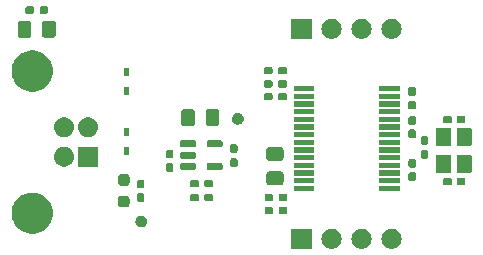
<source format=gts>
%TF.GenerationSoftware,KiCad,Pcbnew,8.0.5*%
%TF.CreationDate,2024-10-10T11:51:51-04:00*%
%TF.ProjectId,dac,6461632e-6b69-4636-9164-5f7063625858,rev?*%
%TF.SameCoordinates,Original*%
%TF.FileFunction,Soldermask,Top*%
%TF.FilePolarity,Negative*%
%FSLAX46Y46*%
G04 Gerber Fmt 4.6, Leading zero omitted, Abs format (unit mm)*
G04 Created by KiCad (PCBNEW 8.0.5) date 2024-10-10 11:51:51*
%MOMM*%
%LPD*%
G01*
G04 APERTURE LIST*
G04 APERTURE END LIST*
G36*
X100195000Y-96595000D02*
G01*
X98495000Y-96595000D01*
X98495000Y-94895000D01*
X100195000Y-94895000D01*
X100195000Y-96595000D01*
G37*
G36*
X102147664Y-94936602D02*
G01*
X102310000Y-95008878D01*
X102453761Y-95113327D01*
X102572664Y-95245383D01*
X102661514Y-95399274D01*
X102716425Y-95568275D01*
X102735000Y-95745000D01*
X102716425Y-95921725D01*
X102661514Y-96090726D01*
X102572664Y-96244617D01*
X102453761Y-96376673D01*
X102310000Y-96481122D01*
X102147664Y-96553398D01*
X101973849Y-96590344D01*
X101796151Y-96590344D01*
X101622336Y-96553398D01*
X101460000Y-96481122D01*
X101316239Y-96376673D01*
X101197336Y-96244617D01*
X101108486Y-96090726D01*
X101053575Y-95921725D01*
X101035000Y-95745000D01*
X101053575Y-95568275D01*
X101108486Y-95399274D01*
X101197336Y-95245383D01*
X101316239Y-95113327D01*
X101460000Y-95008878D01*
X101622336Y-94936602D01*
X101796151Y-94899656D01*
X101973849Y-94899656D01*
X102147664Y-94936602D01*
G37*
G36*
X104687664Y-94936602D02*
G01*
X104850000Y-95008878D01*
X104993761Y-95113327D01*
X105112664Y-95245383D01*
X105201514Y-95399274D01*
X105256425Y-95568275D01*
X105275000Y-95745000D01*
X105256425Y-95921725D01*
X105201514Y-96090726D01*
X105112664Y-96244617D01*
X104993761Y-96376673D01*
X104850000Y-96481122D01*
X104687664Y-96553398D01*
X104513849Y-96590344D01*
X104336151Y-96590344D01*
X104162336Y-96553398D01*
X104000000Y-96481122D01*
X103856239Y-96376673D01*
X103737336Y-96244617D01*
X103648486Y-96090726D01*
X103593575Y-95921725D01*
X103575000Y-95745000D01*
X103593575Y-95568275D01*
X103648486Y-95399274D01*
X103737336Y-95245383D01*
X103856239Y-95113327D01*
X104000000Y-95008878D01*
X104162336Y-94936602D01*
X104336151Y-94899656D01*
X104513849Y-94899656D01*
X104687664Y-94936602D01*
G37*
G36*
X107227664Y-94936602D02*
G01*
X107390000Y-95008878D01*
X107533761Y-95113327D01*
X107652664Y-95245383D01*
X107741514Y-95399274D01*
X107796425Y-95568275D01*
X107815000Y-95745000D01*
X107796425Y-95921725D01*
X107741514Y-96090726D01*
X107652664Y-96244617D01*
X107533761Y-96376673D01*
X107390000Y-96481122D01*
X107227664Y-96553398D01*
X107053849Y-96590344D01*
X106876151Y-96590344D01*
X106702336Y-96553398D01*
X106540000Y-96481122D01*
X106396239Y-96376673D01*
X106277336Y-96244617D01*
X106188486Y-96090726D01*
X106133575Y-95921725D01*
X106115000Y-95745000D01*
X106133575Y-95568275D01*
X106188486Y-95399274D01*
X106277336Y-95245383D01*
X106396239Y-95113327D01*
X106540000Y-95008878D01*
X106702336Y-94936602D01*
X106876151Y-94899656D01*
X107053849Y-94899656D01*
X107227664Y-94936602D01*
G37*
G36*
X76929412Y-91858876D02*
G01*
X77179347Y-91935971D01*
X77415000Y-92049456D01*
X77631107Y-92196795D01*
X77822841Y-92374698D01*
X77985918Y-92579190D01*
X78116696Y-92805703D01*
X78212252Y-93049178D01*
X78270454Y-93304176D01*
X78290000Y-93565000D01*
X78270454Y-93825824D01*
X78212252Y-94080822D01*
X78116696Y-94324297D01*
X77985918Y-94550810D01*
X77822841Y-94755302D01*
X77631107Y-94933205D01*
X77415000Y-95080544D01*
X77179347Y-95194029D01*
X76929412Y-95271124D01*
X76670778Y-95310107D01*
X76409222Y-95310107D01*
X76150588Y-95271124D01*
X75900653Y-95194029D01*
X75665000Y-95080544D01*
X75448893Y-94933205D01*
X75257159Y-94755302D01*
X75094082Y-94550810D01*
X74963304Y-94324297D01*
X74867748Y-94080822D01*
X74809546Y-93825824D01*
X74790000Y-93565000D01*
X74809546Y-93304176D01*
X74867748Y-93049178D01*
X74963304Y-92805703D01*
X75094082Y-92579190D01*
X75257159Y-92374698D01*
X75448893Y-92196795D01*
X75665000Y-92049456D01*
X75900653Y-91935971D01*
X76150588Y-91858876D01*
X76409222Y-91819893D01*
X76670778Y-91819893D01*
X76929412Y-91858876D01*
G37*
G36*
X85809399Y-93780089D02*
G01*
X85846157Y-93780089D01*
X85876036Y-93788862D01*
X85904265Y-93792579D01*
X85942179Y-93808283D01*
X85982708Y-93820184D01*
X86004101Y-93833933D01*
X86024719Y-93842473D01*
X86062503Y-93871465D01*
X86102430Y-93897125D01*
X86115298Y-93911976D01*
X86128156Y-93921842D01*
X86161488Y-93965282D01*
X86195627Y-94004680D01*
X86201371Y-94017259D01*
X86207527Y-94025281D01*
X86231832Y-94083958D01*
X86254746Y-94134134D01*
X86255878Y-94142013D01*
X86257420Y-94145734D01*
X86268346Y-94228725D01*
X86275000Y-94275000D01*
X86268345Y-94321278D01*
X86257420Y-94404265D01*
X86255879Y-94407984D01*
X86254746Y-94415866D01*
X86231824Y-94466058D01*
X86207526Y-94524719D01*
X86201372Y-94532737D01*
X86195627Y-94545320D01*
X86161486Y-94584720D01*
X86128157Y-94628157D01*
X86115299Y-94638022D01*
X86102430Y-94652875D01*
X86062497Y-94678538D01*
X86024719Y-94707526D01*
X86004106Y-94716064D01*
X85982708Y-94729816D01*
X85942170Y-94741718D01*
X85904265Y-94757420D01*
X85876042Y-94761135D01*
X85846157Y-94769911D01*
X85809392Y-94769911D01*
X85775000Y-94774439D01*
X85740608Y-94769911D01*
X85703843Y-94769911D01*
X85673957Y-94761135D01*
X85645734Y-94757420D01*
X85607825Y-94741717D01*
X85567292Y-94729816D01*
X85545895Y-94716065D01*
X85525280Y-94707526D01*
X85487496Y-94678534D01*
X85447570Y-94652875D01*
X85434702Y-94638024D01*
X85421842Y-94628157D01*
X85388504Y-94584710D01*
X85354373Y-94545320D01*
X85348628Y-94532741D01*
X85342473Y-94524719D01*
X85318164Y-94466034D01*
X85295254Y-94415866D01*
X85294121Y-94407988D01*
X85292579Y-94404265D01*
X85281642Y-94321195D01*
X85275000Y-94275000D01*
X85281641Y-94228807D01*
X85292579Y-94145734D01*
X85294121Y-94142009D01*
X85295254Y-94134134D01*
X85318157Y-94083982D01*
X85342472Y-94025281D01*
X85348629Y-94017255D01*
X85354373Y-94004680D01*
X85388497Y-93965298D01*
X85421842Y-93921842D01*
X85434704Y-93911972D01*
X85447570Y-93897125D01*
X85487487Y-93871471D01*
X85525281Y-93842472D01*
X85545902Y-93833930D01*
X85567292Y-93820184D01*
X85607815Y-93808285D01*
X85645734Y-93792579D01*
X85673963Y-93788862D01*
X85703843Y-93780089D01*
X85740600Y-93780089D01*
X85775000Y-93775560D01*
X85809399Y-93780089D01*
G37*
G36*
X96829229Y-93043179D02*
G01*
X96881137Y-93077863D01*
X96915821Y-93129771D01*
X96928000Y-93191000D01*
X96928000Y-93511000D01*
X96915821Y-93572229D01*
X96881137Y-93624137D01*
X96829229Y-93658821D01*
X96768000Y-93671000D01*
X96373000Y-93671000D01*
X96311771Y-93658821D01*
X96259863Y-93624137D01*
X96225179Y-93572229D01*
X96213000Y-93511000D01*
X96213000Y-93191000D01*
X96225179Y-93129771D01*
X96259863Y-93077863D01*
X96311771Y-93043179D01*
X96373000Y-93031000D01*
X96768000Y-93031000D01*
X96829229Y-93043179D01*
G37*
G36*
X98024229Y-93043179D02*
G01*
X98076137Y-93077863D01*
X98110821Y-93129771D01*
X98123000Y-93191000D01*
X98123000Y-93511000D01*
X98110821Y-93572229D01*
X98076137Y-93624137D01*
X98024229Y-93658821D01*
X97963000Y-93671000D01*
X97568000Y-93671000D01*
X97506771Y-93658821D01*
X97454863Y-93624137D01*
X97420179Y-93572229D01*
X97408000Y-93511000D01*
X97408000Y-93191000D01*
X97420179Y-93129771D01*
X97454863Y-93077863D01*
X97506771Y-93043179D01*
X97568000Y-93031000D01*
X97963000Y-93031000D01*
X98024229Y-93043179D01*
G37*
G36*
X84547759Y-92091046D02*
G01*
X84594498Y-92096468D01*
X84610470Y-92103520D01*
X84633387Y-92108079D01*
X84657922Y-92124472D01*
X84676084Y-92132492D01*
X84688487Y-92144895D01*
X84710438Y-92159562D01*
X84725104Y-92181512D01*
X84737507Y-92193915D01*
X84745525Y-92212074D01*
X84761921Y-92236613D01*
X84766480Y-92259532D01*
X84773531Y-92275501D01*
X84778951Y-92322230D01*
X84780000Y-92327500D01*
X84780000Y-92827500D01*
X84778951Y-92832771D01*
X84773531Y-92879498D01*
X84766480Y-92895466D01*
X84761921Y-92918387D01*
X84745524Y-92942927D01*
X84737507Y-92961084D01*
X84725106Y-92973484D01*
X84710438Y-92995438D01*
X84688484Y-93010106D01*
X84676084Y-93022507D01*
X84657927Y-93030524D01*
X84633387Y-93046921D01*
X84610466Y-93051480D01*
X84594498Y-93058531D01*
X84547771Y-93063951D01*
X84542500Y-93065000D01*
X84067500Y-93065000D01*
X84062230Y-93063951D01*
X84015501Y-93058531D01*
X83999532Y-93051480D01*
X83976613Y-93046921D01*
X83952074Y-93030525D01*
X83933915Y-93022507D01*
X83921512Y-93010104D01*
X83899562Y-92995438D01*
X83884895Y-92973487D01*
X83872492Y-92961084D01*
X83864472Y-92942922D01*
X83848079Y-92918387D01*
X83843520Y-92895470D01*
X83836468Y-92879498D01*
X83831046Y-92832759D01*
X83830000Y-92827500D01*
X83830000Y-92327500D01*
X83831045Y-92322242D01*
X83836468Y-92275501D01*
X83843520Y-92259528D01*
X83848079Y-92236613D01*
X83864471Y-92212079D01*
X83872492Y-92193915D01*
X83884897Y-92181509D01*
X83899562Y-92159562D01*
X83921509Y-92144897D01*
X83933915Y-92132492D01*
X83952079Y-92124471D01*
X83976613Y-92108079D01*
X83999528Y-92103520D01*
X84015501Y-92096468D01*
X84062242Y-92091045D01*
X84067500Y-92090000D01*
X84542500Y-92090000D01*
X84547759Y-92091046D01*
G37*
G36*
X85949316Y-91876799D02*
G01*
X85999602Y-91910398D01*
X86033201Y-91960684D01*
X86045000Y-92020000D01*
X86045000Y-92445000D01*
X86033201Y-92504316D01*
X85999602Y-92554602D01*
X85949316Y-92588201D01*
X85890000Y-92600000D01*
X85580000Y-92600000D01*
X85520684Y-92588201D01*
X85470398Y-92554602D01*
X85436799Y-92504316D01*
X85425000Y-92445000D01*
X85425000Y-92020000D01*
X85436799Y-91960684D01*
X85470398Y-91910398D01*
X85520684Y-91876799D01*
X85580000Y-91865000D01*
X85890000Y-91865000D01*
X85949316Y-91876799D01*
G37*
G36*
X96829229Y-91933179D02*
G01*
X96881137Y-91967863D01*
X96915821Y-92019771D01*
X96928000Y-92081000D01*
X96928000Y-92401000D01*
X96915821Y-92462229D01*
X96881137Y-92514137D01*
X96829229Y-92548821D01*
X96768000Y-92561000D01*
X96373000Y-92561000D01*
X96311771Y-92548821D01*
X96259863Y-92514137D01*
X96225179Y-92462229D01*
X96213000Y-92401000D01*
X96213000Y-92081000D01*
X96225179Y-92019771D01*
X96259863Y-91967863D01*
X96311771Y-91933179D01*
X96373000Y-91921000D01*
X96768000Y-91921000D01*
X96829229Y-91933179D01*
G37*
G36*
X98024229Y-91933179D02*
G01*
X98076137Y-91967863D01*
X98110821Y-92019771D01*
X98123000Y-92081000D01*
X98123000Y-92401000D01*
X98110821Y-92462229D01*
X98076137Y-92514137D01*
X98024229Y-92548821D01*
X97963000Y-92561000D01*
X97568000Y-92561000D01*
X97506771Y-92548821D01*
X97454863Y-92514137D01*
X97420179Y-92462229D01*
X97408000Y-92401000D01*
X97408000Y-92081000D01*
X97420179Y-92019771D01*
X97454863Y-91967863D01*
X97506771Y-91933179D01*
X97568000Y-91921000D01*
X97963000Y-91921000D01*
X98024229Y-91933179D01*
G37*
G36*
X90546229Y-91917179D02*
G01*
X90598137Y-91951863D01*
X90632821Y-92003771D01*
X90645000Y-92065000D01*
X90645000Y-92385000D01*
X90632821Y-92446229D01*
X90598137Y-92498137D01*
X90546229Y-92532821D01*
X90485000Y-92545000D01*
X90090000Y-92545000D01*
X90028771Y-92532821D01*
X89976863Y-92498137D01*
X89942179Y-92446229D01*
X89930000Y-92385000D01*
X89930000Y-92065000D01*
X89942179Y-92003771D01*
X89976863Y-91951863D01*
X90028771Y-91917179D01*
X90090000Y-91905000D01*
X90485000Y-91905000D01*
X90546229Y-91917179D01*
G37*
G36*
X91741229Y-91917179D02*
G01*
X91793137Y-91951863D01*
X91827821Y-92003771D01*
X91840000Y-92065000D01*
X91840000Y-92385000D01*
X91827821Y-92446229D01*
X91793137Y-92498137D01*
X91741229Y-92532821D01*
X91680000Y-92545000D01*
X91285000Y-92545000D01*
X91223771Y-92532821D01*
X91171863Y-92498137D01*
X91137179Y-92446229D01*
X91125000Y-92385000D01*
X91125000Y-92065000D01*
X91137179Y-92003771D01*
X91171863Y-91951863D01*
X91223771Y-91917179D01*
X91285000Y-91905000D01*
X91680000Y-91905000D01*
X91741229Y-91917179D01*
G37*
G36*
X100440000Y-91695000D02*
G01*
X98690000Y-91695000D01*
X98690000Y-91245000D01*
X100440000Y-91245000D01*
X100440000Y-91695000D01*
G37*
G36*
X107640000Y-91695000D02*
G01*
X105890000Y-91695000D01*
X105890000Y-91245000D01*
X107640000Y-91245000D01*
X107640000Y-91695000D01*
G37*
G36*
X85949316Y-90741799D02*
G01*
X85999602Y-90775398D01*
X86033201Y-90825684D01*
X86045000Y-90885000D01*
X86045000Y-91310000D01*
X86033201Y-91369316D01*
X85999602Y-91419602D01*
X85949316Y-91453201D01*
X85890000Y-91465000D01*
X85580000Y-91465000D01*
X85520684Y-91453201D01*
X85470398Y-91419602D01*
X85436799Y-91369316D01*
X85425000Y-91310000D01*
X85425000Y-90885000D01*
X85436799Y-90825684D01*
X85470398Y-90775398D01*
X85520684Y-90741799D01*
X85580000Y-90730000D01*
X85890000Y-90730000D01*
X85949316Y-90741799D01*
G37*
G36*
X90546229Y-90737179D02*
G01*
X90598137Y-90771863D01*
X90632821Y-90823771D01*
X90645000Y-90885000D01*
X90645000Y-91205000D01*
X90632821Y-91266229D01*
X90598137Y-91318137D01*
X90546229Y-91352821D01*
X90485000Y-91365000D01*
X90090000Y-91365000D01*
X90028771Y-91352821D01*
X89976863Y-91318137D01*
X89942179Y-91266229D01*
X89930000Y-91205000D01*
X89930000Y-90885000D01*
X89942179Y-90823771D01*
X89976863Y-90771863D01*
X90028771Y-90737179D01*
X90090000Y-90725000D01*
X90485000Y-90725000D01*
X90546229Y-90737179D01*
G37*
G36*
X91741229Y-90737179D02*
G01*
X91793137Y-90771863D01*
X91827821Y-90823771D01*
X91840000Y-90885000D01*
X91840000Y-91205000D01*
X91827821Y-91266229D01*
X91793137Y-91318137D01*
X91741229Y-91352821D01*
X91680000Y-91365000D01*
X91285000Y-91365000D01*
X91223771Y-91352821D01*
X91171863Y-91318137D01*
X91137179Y-91266229D01*
X91125000Y-91205000D01*
X91125000Y-90885000D01*
X91137179Y-90823771D01*
X91171863Y-90771863D01*
X91223771Y-90737179D01*
X91285000Y-90725000D01*
X91680000Y-90725000D01*
X91741229Y-90737179D01*
G37*
G36*
X84547759Y-90266046D02*
G01*
X84594498Y-90271468D01*
X84610470Y-90278520D01*
X84633387Y-90283079D01*
X84657922Y-90299472D01*
X84676084Y-90307492D01*
X84688487Y-90319895D01*
X84710438Y-90334562D01*
X84725104Y-90356512D01*
X84737507Y-90368915D01*
X84745525Y-90387074D01*
X84761921Y-90411613D01*
X84766480Y-90434532D01*
X84773531Y-90450501D01*
X84778951Y-90497230D01*
X84780000Y-90502500D01*
X84780000Y-91002500D01*
X84778951Y-91007771D01*
X84773531Y-91054498D01*
X84766480Y-91070466D01*
X84761921Y-91093387D01*
X84745524Y-91117927D01*
X84737507Y-91136084D01*
X84725106Y-91148484D01*
X84710438Y-91170438D01*
X84688484Y-91185106D01*
X84676084Y-91197507D01*
X84657927Y-91205524D01*
X84633387Y-91221921D01*
X84610466Y-91226480D01*
X84594498Y-91233531D01*
X84547771Y-91238951D01*
X84542500Y-91240000D01*
X84067500Y-91240000D01*
X84062230Y-91238951D01*
X84015501Y-91233531D01*
X83999532Y-91226480D01*
X83976613Y-91221921D01*
X83952074Y-91205525D01*
X83933915Y-91197507D01*
X83921512Y-91185104D01*
X83899562Y-91170438D01*
X83884895Y-91148487D01*
X83872492Y-91136084D01*
X83864472Y-91117922D01*
X83848079Y-91093387D01*
X83843520Y-91070470D01*
X83836468Y-91054498D01*
X83831046Y-91007759D01*
X83830000Y-91002500D01*
X83830000Y-90502500D01*
X83831045Y-90497242D01*
X83836468Y-90450501D01*
X83843520Y-90434528D01*
X83848079Y-90411613D01*
X83864471Y-90387079D01*
X83872492Y-90368915D01*
X83884897Y-90356509D01*
X83899562Y-90334562D01*
X83921509Y-90319897D01*
X83933915Y-90307492D01*
X83952079Y-90299471D01*
X83976613Y-90283079D01*
X83999528Y-90278520D01*
X84015501Y-90271468D01*
X84062242Y-90266045D01*
X84067500Y-90265000D01*
X84542500Y-90265000D01*
X84547759Y-90266046D01*
G37*
G36*
X97578339Y-90031658D02*
G01*
X97633125Y-90038871D01*
X97646906Y-90045297D01*
X97665671Y-90049030D01*
X97690526Y-90065637D01*
X97712819Y-90076033D01*
X97726380Y-90089594D01*
X97746777Y-90103223D01*
X97760405Y-90123619D01*
X97773966Y-90137180D01*
X97784360Y-90159470D01*
X97800970Y-90184329D01*
X97804702Y-90203095D01*
X97811128Y-90216874D01*
X97818338Y-90271648D01*
X97820000Y-90280000D01*
X97820000Y-90955000D01*
X97818338Y-90963353D01*
X97811128Y-91018125D01*
X97804703Y-91031903D01*
X97800970Y-91050671D01*
X97784358Y-91075531D01*
X97773966Y-91097819D01*
X97760407Y-91111377D01*
X97746777Y-91131777D01*
X97726377Y-91145407D01*
X97712819Y-91158966D01*
X97690531Y-91169358D01*
X97665671Y-91185970D01*
X97646903Y-91189703D01*
X97633125Y-91196128D01*
X97578353Y-91203338D01*
X97570000Y-91205000D01*
X96620000Y-91205000D01*
X96611648Y-91203338D01*
X96556874Y-91196128D01*
X96543095Y-91189702D01*
X96524329Y-91185970D01*
X96499470Y-91169360D01*
X96477180Y-91158966D01*
X96463619Y-91145405D01*
X96443223Y-91131777D01*
X96429594Y-91111380D01*
X96416033Y-91097819D01*
X96405637Y-91075526D01*
X96389030Y-91050671D01*
X96385297Y-91031906D01*
X96378871Y-91018125D01*
X96371658Y-90963339D01*
X96370000Y-90955000D01*
X96370000Y-90280000D01*
X96371658Y-90271662D01*
X96378871Y-90216874D01*
X96385297Y-90203091D01*
X96389030Y-90184329D01*
X96405636Y-90159475D01*
X96416033Y-90137180D01*
X96429596Y-90123616D01*
X96443223Y-90103223D01*
X96463616Y-90089596D01*
X96477180Y-90076033D01*
X96499475Y-90065636D01*
X96524329Y-90049030D01*
X96543091Y-90045297D01*
X96556874Y-90038871D01*
X96611662Y-90031658D01*
X96620000Y-90030000D01*
X97570000Y-90030000D01*
X97578339Y-90031658D01*
G37*
G36*
X111989316Y-90596799D02*
G01*
X112039602Y-90630398D01*
X112073201Y-90680684D01*
X112085000Y-90740000D01*
X112085000Y-91050000D01*
X112073201Y-91109316D01*
X112039602Y-91159602D01*
X111989316Y-91193201D01*
X111930000Y-91205000D01*
X111505000Y-91205000D01*
X111445684Y-91193201D01*
X111395398Y-91159602D01*
X111361799Y-91109316D01*
X111350000Y-91050000D01*
X111350000Y-90740000D01*
X111361799Y-90680684D01*
X111395398Y-90630398D01*
X111445684Y-90596799D01*
X111505000Y-90585000D01*
X111930000Y-90585000D01*
X111989316Y-90596799D01*
G37*
G36*
X113124316Y-90596799D02*
G01*
X113174602Y-90630398D01*
X113208201Y-90680684D01*
X113220000Y-90740000D01*
X113220000Y-91050000D01*
X113208201Y-91109316D01*
X113174602Y-91159602D01*
X113124316Y-91193201D01*
X113065000Y-91205000D01*
X112640000Y-91205000D01*
X112580684Y-91193201D01*
X112530398Y-91159602D01*
X112496799Y-91109316D01*
X112485000Y-91050000D01*
X112485000Y-90740000D01*
X112496799Y-90680684D01*
X112530398Y-90630398D01*
X112580684Y-90596799D01*
X112640000Y-90585000D01*
X113065000Y-90585000D01*
X113124316Y-90596799D01*
G37*
G36*
X100440000Y-91045000D02*
G01*
X98690000Y-91045000D01*
X98690000Y-90595000D01*
X100440000Y-90595000D01*
X100440000Y-91045000D01*
G37*
G36*
X107640000Y-91045000D02*
G01*
X105890000Y-91045000D01*
X105890000Y-90595000D01*
X107640000Y-90595000D01*
X107640000Y-91045000D01*
G37*
G36*
X108919316Y-90116799D02*
G01*
X108969602Y-90150398D01*
X109003201Y-90200684D01*
X109015000Y-90260000D01*
X109015000Y-90685000D01*
X109003201Y-90744316D01*
X108969602Y-90794602D01*
X108919316Y-90828201D01*
X108860000Y-90840000D01*
X108550000Y-90840000D01*
X108490684Y-90828201D01*
X108440398Y-90794602D01*
X108406799Y-90744316D01*
X108395000Y-90685000D01*
X108395000Y-90260000D01*
X108406799Y-90200684D01*
X108440398Y-90150398D01*
X108490684Y-90116799D01*
X108550000Y-90105000D01*
X108860000Y-90105000D01*
X108919316Y-90116799D01*
G37*
G36*
X100440000Y-90395000D02*
G01*
X98690000Y-90395000D01*
X98690000Y-89945000D01*
X100440000Y-89945000D01*
X100440000Y-90395000D01*
G37*
G36*
X107640000Y-90395000D02*
G01*
X105890000Y-90395000D01*
X105890000Y-89945000D01*
X107640000Y-89945000D01*
X107640000Y-90395000D01*
G37*
G36*
X111929034Y-88660764D02*
G01*
X111962125Y-88682875D01*
X111984236Y-88715966D01*
X111992000Y-88755000D01*
X111992000Y-90055000D01*
X111984236Y-90094034D01*
X111962125Y-90127125D01*
X111929034Y-90149236D01*
X111890000Y-90157000D01*
X110840000Y-90157000D01*
X110800966Y-90149236D01*
X110767875Y-90127125D01*
X110745764Y-90094034D01*
X110738000Y-90055000D01*
X110738000Y-88755000D01*
X110745764Y-88715966D01*
X110767875Y-88682875D01*
X110800966Y-88660764D01*
X110840000Y-88653000D01*
X111890000Y-88653000D01*
X111929034Y-88660764D01*
G37*
G36*
X113679034Y-88660764D02*
G01*
X113712125Y-88682875D01*
X113734236Y-88715966D01*
X113742000Y-88755000D01*
X113742000Y-90055000D01*
X113734236Y-90094034D01*
X113712125Y-90127125D01*
X113679034Y-90149236D01*
X113640000Y-90157000D01*
X112590000Y-90157000D01*
X112550966Y-90149236D01*
X112517875Y-90127125D01*
X112495764Y-90094034D01*
X112488000Y-90055000D01*
X112488000Y-88755000D01*
X112495764Y-88715966D01*
X112517875Y-88682875D01*
X112550966Y-88660764D01*
X112590000Y-88653000D01*
X113640000Y-88653000D01*
X113679034Y-88660764D01*
G37*
G36*
X88399316Y-89336799D02*
G01*
X88449602Y-89370398D01*
X88483201Y-89420684D01*
X88495000Y-89480000D01*
X88495000Y-89905000D01*
X88483201Y-89964316D01*
X88449602Y-90014602D01*
X88399316Y-90048201D01*
X88340000Y-90060000D01*
X88030000Y-90060000D01*
X87970684Y-90048201D01*
X87920398Y-90014602D01*
X87886799Y-89964316D01*
X87875000Y-89905000D01*
X87875000Y-89480000D01*
X87886799Y-89420684D01*
X87920398Y-89370398D01*
X87970684Y-89336799D01*
X88030000Y-89325000D01*
X88340000Y-89325000D01*
X88399316Y-89336799D01*
G37*
G36*
X90287403Y-89311418D02*
G01*
X90336066Y-89343934D01*
X90368582Y-89392597D01*
X90380000Y-89450000D01*
X90380000Y-89750000D01*
X90368582Y-89807403D01*
X90336066Y-89856066D01*
X90287403Y-89888582D01*
X90230000Y-89900000D01*
X89205000Y-89900000D01*
X89147597Y-89888582D01*
X89098934Y-89856066D01*
X89066418Y-89807403D01*
X89055000Y-89750000D01*
X89055000Y-89450000D01*
X89066418Y-89392597D01*
X89098934Y-89343934D01*
X89147597Y-89311418D01*
X89205000Y-89300000D01*
X90230000Y-89300000D01*
X90287403Y-89311418D01*
G37*
G36*
X92562403Y-89311418D02*
G01*
X92611066Y-89343934D01*
X92643582Y-89392597D01*
X92655000Y-89450000D01*
X92655000Y-89750000D01*
X92643582Y-89807403D01*
X92611066Y-89856066D01*
X92562403Y-89888582D01*
X92505000Y-89900000D01*
X91480000Y-89900000D01*
X91422597Y-89888582D01*
X91373934Y-89856066D01*
X91341418Y-89807403D01*
X91330000Y-89750000D01*
X91330000Y-89450000D01*
X91341418Y-89392597D01*
X91373934Y-89343934D01*
X91422597Y-89311418D01*
X91480000Y-89300000D01*
X92505000Y-89300000D01*
X92562403Y-89311418D01*
G37*
G36*
X100440000Y-89745000D02*
G01*
X98690000Y-89745000D01*
X98690000Y-89295000D01*
X100440000Y-89295000D01*
X100440000Y-89745000D01*
G37*
G36*
X107640000Y-89745000D02*
G01*
X105890000Y-89745000D01*
X105890000Y-89295000D01*
X107640000Y-89295000D01*
X107640000Y-89745000D01*
G37*
G36*
X108919316Y-88981799D02*
G01*
X108969602Y-89015398D01*
X109003201Y-89065684D01*
X109015000Y-89125000D01*
X109015000Y-89550000D01*
X109003201Y-89609316D01*
X108969602Y-89659602D01*
X108919316Y-89693201D01*
X108860000Y-89705000D01*
X108550000Y-89705000D01*
X108490684Y-89693201D01*
X108440398Y-89659602D01*
X108406799Y-89609316D01*
X108395000Y-89550000D01*
X108395000Y-89125000D01*
X108406799Y-89065684D01*
X108440398Y-89015398D01*
X108490684Y-88981799D01*
X108550000Y-88970000D01*
X108860000Y-88970000D01*
X108919316Y-88981799D01*
G37*
G36*
X82100000Y-89645000D02*
G01*
X80400000Y-89645000D01*
X80400000Y-87945000D01*
X82100000Y-87945000D01*
X82100000Y-89645000D01*
G37*
G36*
X79512664Y-87986602D02*
G01*
X79675000Y-88058878D01*
X79818761Y-88163327D01*
X79937664Y-88295383D01*
X80026514Y-88449274D01*
X80081425Y-88618275D01*
X80100000Y-88795000D01*
X80081425Y-88971725D01*
X80026514Y-89140726D01*
X79937664Y-89294617D01*
X79818761Y-89426673D01*
X79675000Y-89531122D01*
X79512664Y-89603398D01*
X79338849Y-89640344D01*
X79161151Y-89640344D01*
X78987336Y-89603398D01*
X78825000Y-89531122D01*
X78681239Y-89426673D01*
X78562336Y-89294617D01*
X78473486Y-89140726D01*
X78418575Y-88971725D01*
X78400000Y-88795000D01*
X78418575Y-88618275D01*
X78473486Y-88449274D01*
X78562336Y-88295383D01*
X78681239Y-88163327D01*
X78825000Y-88058878D01*
X78987336Y-87986602D01*
X79161151Y-87949656D01*
X79338849Y-87949656D01*
X79512664Y-87986602D01*
G37*
G36*
X93826229Y-88937179D02*
G01*
X93878137Y-88971863D01*
X93912821Y-89023771D01*
X93925000Y-89085000D01*
X93925000Y-89480000D01*
X93912821Y-89541229D01*
X93878137Y-89593137D01*
X93826229Y-89627821D01*
X93765000Y-89640000D01*
X93445000Y-89640000D01*
X93383771Y-89627821D01*
X93331863Y-89593137D01*
X93297179Y-89541229D01*
X93285000Y-89480000D01*
X93285000Y-89085000D01*
X93297179Y-89023771D01*
X93331863Y-88971863D01*
X93383771Y-88937179D01*
X93445000Y-88925000D01*
X93765000Y-88925000D01*
X93826229Y-88937179D01*
G37*
G36*
X97578339Y-87956658D02*
G01*
X97633125Y-87963871D01*
X97646906Y-87970297D01*
X97665671Y-87974030D01*
X97690526Y-87990637D01*
X97712819Y-88001033D01*
X97726380Y-88014594D01*
X97746777Y-88028223D01*
X97760405Y-88048619D01*
X97773966Y-88062180D01*
X97784360Y-88084470D01*
X97800970Y-88109329D01*
X97804702Y-88128095D01*
X97811128Y-88141874D01*
X97818338Y-88196648D01*
X97820000Y-88205000D01*
X97820000Y-88880000D01*
X97818338Y-88888353D01*
X97811128Y-88943125D01*
X97804703Y-88956903D01*
X97800970Y-88975671D01*
X97784358Y-89000531D01*
X97773966Y-89022819D01*
X97760407Y-89036377D01*
X97746777Y-89056777D01*
X97726377Y-89070407D01*
X97712819Y-89083966D01*
X97690531Y-89094358D01*
X97665671Y-89110970D01*
X97646903Y-89114703D01*
X97633125Y-89121128D01*
X97578353Y-89128338D01*
X97570000Y-89130000D01*
X96620000Y-89130000D01*
X96611648Y-89128338D01*
X96556874Y-89121128D01*
X96543095Y-89114702D01*
X96524329Y-89110970D01*
X96499470Y-89094360D01*
X96477180Y-89083966D01*
X96463619Y-89070405D01*
X96443223Y-89056777D01*
X96429594Y-89036380D01*
X96416033Y-89022819D01*
X96405637Y-89000526D01*
X96389030Y-88975671D01*
X96385297Y-88956906D01*
X96378871Y-88943125D01*
X96371658Y-88888339D01*
X96370000Y-88880000D01*
X96370000Y-88205000D01*
X96371658Y-88196662D01*
X96378871Y-88141874D01*
X96385297Y-88128091D01*
X96389030Y-88109329D01*
X96405636Y-88084475D01*
X96416033Y-88062180D01*
X96429596Y-88048616D01*
X96443223Y-88028223D01*
X96463616Y-88014596D01*
X96477180Y-88001033D01*
X96499475Y-87990636D01*
X96524329Y-87974030D01*
X96543091Y-87970297D01*
X96556874Y-87963871D01*
X96611662Y-87956658D01*
X96620000Y-87955000D01*
X97570000Y-87955000D01*
X97578339Y-87956658D01*
G37*
G36*
X100440000Y-89095000D02*
G01*
X98690000Y-89095000D01*
X98690000Y-88645000D01*
X100440000Y-88645000D01*
X100440000Y-89095000D01*
G37*
G36*
X107640000Y-89095000D02*
G01*
X105890000Y-89095000D01*
X105890000Y-88645000D01*
X107640000Y-88645000D01*
X107640000Y-89095000D01*
G37*
G36*
X90287403Y-88361418D02*
G01*
X90336066Y-88393934D01*
X90368582Y-88442597D01*
X90380000Y-88500000D01*
X90380000Y-88800000D01*
X90368582Y-88857403D01*
X90336066Y-88906066D01*
X90287403Y-88938582D01*
X90230000Y-88950000D01*
X89205000Y-88950000D01*
X89147597Y-88938582D01*
X89098934Y-88906066D01*
X89066418Y-88857403D01*
X89055000Y-88800000D01*
X89055000Y-88500000D01*
X89066418Y-88442597D01*
X89098934Y-88393934D01*
X89147597Y-88361418D01*
X89205000Y-88350000D01*
X90230000Y-88350000D01*
X90287403Y-88361418D01*
G37*
G36*
X109966229Y-88247179D02*
G01*
X110018137Y-88281863D01*
X110052821Y-88333771D01*
X110065000Y-88395000D01*
X110065000Y-88790000D01*
X110052821Y-88851229D01*
X110018137Y-88903137D01*
X109966229Y-88937821D01*
X109905000Y-88950000D01*
X109585000Y-88950000D01*
X109523771Y-88937821D01*
X109471863Y-88903137D01*
X109437179Y-88851229D01*
X109425000Y-88790000D01*
X109425000Y-88395000D01*
X109437179Y-88333771D01*
X109471863Y-88281863D01*
X109523771Y-88247179D01*
X109585000Y-88235000D01*
X109905000Y-88235000D01*
X109966229Y-88247179D01*
G37*
G36*
X88399316Y-88201799D02*
G01*
X88449602Y-88235398D01*
X88483201Y-88285684D01*
X88495000Y-88345000D01*
X88495000Y-88770000D01*
X88483201Y-88829316D01*
X88449602Y-88879602D01*
X88399316Y-88913201D01*
X88340000Y-88925000D01*
X88030000Y-88925000D01*
X87970684Y-88913201D01*
X87920398Y-88879602D01*
X87886799Y-88829316D01*
X87875000Y-88770000D01*
X87875000Y-88345000D01*
X87886799Y-88285684D01*
X87920398Y-88235398D01*
X87970684Y-88201799D01*
X88030000Y-88190000D01*
X88340000Y-88190000D01*
X88399316Y-88201799D01*
G37*
G36*
X84726500Y-88655800D02*
G01*
X84320100Y-88655800D01*
X84320100Y-87944600D01*
X84726500Y-87944600D01*
X84726500Y-88655800D01*
G37*
G36*
X93826229Y-87742179D02*
G01*
X93878137Y-87776863D01*
X93912821Y-87828771D01*
X93925000Y-87890000D01*
X93925000Y-88285000D01*
X93912821Y-88346229D01*
X93878137Y-88398137D01*
X93826229Y-88432821D01*
X93765000Y-88445000D01*
X93445000Y-88445000D01*
X93383771Y-88432821D01*
X93331863Y-88398137D01*
X93297179Y-88346229D01*
X93285000Y-88285000D01*
X93285000Y-87890000D01*
X93297179Y-87828771D01*
X93331863Y-87776863D01*
X93383771Y-87742179D01*
X93445000Y-87730000D01*
X93765000Y-87730000D01*
X93826229Y-87742179D01*
G37*
G36*
X100440000Y-88445000D02*
G01*
X98690000Y-88445000D01*
X98690000Y-87995000D01*
X100440000Y-87995000D01*
X100440000Y-88445000D01*
G37*
G36*
X107640000Y-88445000D02*
G01*
X105890000Y-88445000D01*
X105890000Y-87995000D01*
X107640000Y-87995000D01*
X107640000Y-88445000D01*
G37*
G36*
X90287403Y-87411418D02*
G01*
X90336066Y-87443934D01*
X90368582Y-87492597D01*
X90380000Y-87550000D01*
X90380000Y-87850000D01*
X90368582Y-87907403D01*
X90336066Y-87956066D01*
X90287403Y-87988582D01*
X90230000Y-88000000D01*
X89205000Y-88000000D01*
X89147597Y-87988582D01*
X89098934Y-87956066D01*
X89066418Y-87907403D01*
X89055000Y-87850000D01*
X89055000Y-87550000D01*
X89066418Y-87492597D01*
X89098934Y-87443934D01*
X89147597Y-87411418D01*
X89205000Y-87400000D01*
X90230000Y-87400000D01*
X90287403Y-87411418D01*
G37*
G36*
X92562403Y-87411418D02*
G01*
X92611066Y-87443934D01*
X92643582Y-87492597D01*
X92655000Y-87550000D01*
X92655000Y-87850000D01*
X92643582Y-87907403D01*
X92611066Y-87956066D01*
X92562403Y-87988582D01*
X92505000Y-88000000D01*
X91480000Y-88000000D01*
X91422597Y-87988582D01*
X91373934Y-87956066D01*
X91341418Y-87907403D01*
X91330000Y-87850000D01*
X91330000Y-87550000D01*
X91341418Y-87492597D01*
X91373934Y-87443934D01*
X91422597Y-87411418D01*
X91480000Y-87400000D01*
X92505000Y-87400000D01*
X92562403Y-87411418D01*
G37*
G36*
X111929034Y-86360764D02*
G01*
X111962125Y-86382875D01*
X111984236Y-86415966D01*
X111992000Y-86455000D01*
X111992000Y-87755000D01*
X111984236Y-87794034D01*
X111962125Y-87827125D01*
X111929034Y-87849236D01*
X111890000Y-87857000D01*
X110840000Y-87857000D01*
X110800966Y-87849236D01*
X110767875Y-87827125D01*
X110745764Y-87794034D01*
X110738000Y-87755000D01*
X110738000Y-86455000D01*
X110745764Y-86415966D01*
X110767875Y-86382875D01*
X110800966Y-86360764D01*
X110840000Y-86353000D01*
X111890000Y-86353000D01*
X111929034Y-86360764D01*
G37*
G36*
X113679034Y-86360764D02*
G01*
X113712125Y-86382875D01*
X113734236Y-86415966D01*
X113742000Y-86455000D01*
X113742000Y-87755000D01*
X113734236Y-87794034D01*
X113712125Y-87827125D01*
X113679034Y-87849236D01*
X113640000Y-87857000D01*
X112590000Y-87857000D01*
X112550966Y-87849236D01*
X112517875Y-87827125D01*
X112495764Y-87794034D01*
X112488000Y-87755000D01*
X112488000Y-86455000D01*
X112495764Y-86415966D01*
X112517875Y-86382875D01*
X112550966Y-86360764D01*
X112590000Y-86353000D01*
X113640000Y-86353000D01*
X113679034Y-86360764D01*
G37*
G36*
X100440000Y-87795000D02*
G01*
X98690000Y-87795000D01*
X98690000Y-87345000D01*
X100440000Y-87345000D01*
X100440000Y-87795000D01*
G37*
G36*
X107640000Y-87795000D02*
G01*
X105890000Y-87795000D01*
X105890000Y-87345000D01*
X107640000Y-87345000D01*
X107640000Y-87795000D01*
G37*
G36*
X109966229Y-87052179D02*
G01*
X110018137Y-87086863D01*
X110052821Y-87138771D01*
X110065000Y-87200000D01*
X110065000Y-87595000D01*
X110052821Y-87656229D01*
X110018137Y-87708137D01*
X109966229Y-87742821D01*
X109905000Y-87755000D01*
X109585000Y-87755000D01*
X109523771Y-87742821D01*
X109471863Y-87708137D01*
X109437179Y-87656229D01*
X109425000Y-87595000D01*
X109425000Y-87200000D01*
X109437179Y-87138771D01*
X109471863Y-87086863D01*
X109523771Y-87052179D01*
X109585000Y-87040000D01*
X109905000Y-87040000D01*
X109966229Y-87052179D01*
G37*
G36*
X108919316Y-86490799D02*
G01*
X108969602Y-86524398D01*
X109003201Y-86574684D01*
X109015000Y-86634000D01*
X109015000Y-87059000D01*
X109003201Y-87118316D01*
X108969602Y-87168602D01*
X108919316Y-87202201D01*
X108860000Y-87214000D01*
X108550000Y-87214000D01*
X108490684Y-87202201D01*
X108440398Y-87168602D01*
X108406799Y-87118316D01*
X108395000Y-87059000D01*
X108395000Y-86634000D01*
X108406799Y-86574684D01*
X108440398Y-86524398D01*
X108490684Y-86490799D01*
X108550000Y-86479000D01*
X108860000Y-86479000D01*
X108919316Y-86490799D01*
G37*
G36*
X100440000Y-87145000D02*
G01*
X98690000Y-87145000D01*
X98690000Y-86695000D01*
X100440000Y-86695000D01*
X100440000Y-87145000D01*
G37*
G36*
X107640000Y-87145000D02*
G01*
X105890000Y-87145000D01*
X105890000Y-86695000D01*
X107640000Y-86695000D01*
X107640000Y-87145000D01*
G37*
G36*
X79512664Y-85486602D02*
G01*
X79675000Y-85558878D01*
X79818761Y-85663327D01*
X79937664Y-85795383D01*
X80026514Y-85949274D01*
X80081425Y-86118275D01*
X80100000Y-86295000D01*
X80081425Y-86471725D01*
X80026514Y-86640726D01*
X79937664Y-86794617D01*
X79818761Y-86926673D01*
X79675000Y-87031122D01*
X79512664Y-87103398D01*
X79338849Y-87140344D01*
X79161151Y-87140344D01*
X78987336Y-87103398D01*
X78825000Y-87031122D01*
X78681239Y-86926673D01*
X78562336Y-86794617D01*
X78473486Y-86640726D01*
X78418575Y-86471725D01*
X78400000Y-86295000D01*
X78418575Y-86118275D01*
X78473486Y-85949274D01*
X78562336Y-85795383D01*
X78681239Y-85663327D01*
X78825000Y-85558878D01*
X78987336Y-85486602D01*
X79161151Y-85449656D01*
X79338849Y-85449656D01*
X79512664Y-85486602D01*
G37*
G36*
X81512664Y-85486602D02*
G01*
X81675000Y-85558878D01*
X81818761Y-85663327D01*
X81937664Y-85795383D01*
X82026514Y-85949274D01*
X82081425Y-86118275D01*
X82100000Y-86295000D01*
X82081425Y-86471725D01*
X82026514Y-86640726D01*
X81937664Y-86794617D01*
X81818761Y-86926673D01*
X81675000Y-87031122D01*
X81512664Y-87103398D01*
X81338849Y-87140344D01*
X81161151Y-87140344D01*
X80987336Y-87103398D01*
X80825000Y-87031122D01*
X80681239Y-86926673D01*
X80562336Y-86794617D01*
X80473486Y-86640726D01*
X80418575Y-86471725D01*
X80400000Y-86295000D01*
X80418575Y-86118275D01*
X80473486Y-85949274D01*
X80562336Y-85795383D01*
X80681239Y-85663327D01*
X80825000Y-85558878D01*
X80987336Y-85486602D01*
X81161151Y-85449656D01*
X81338849Y-85449656D01*
X81512664Y-85486602D01*
G37*
G36*
X84726500Y-87055600D02*
G01*
X84320100Y-87055600D01*
X84320100Y-86344400D01*
X84726500Y-86344400D01*
X84726500Y-87055600D01*
G37*
G36*
X100440000Y-86495000D02*
G01*
X98690000Y-86495000D01*
X98690000Y-86045000D01*
X100440000Y-86045000D01*
X100440000Y-86495000D01*
G37*
G36*
X107640000Y-86495000D02*
G01*
X105890000Y-86495000D01*
X105890000Y-86045000D01*
X107640000Y-86045000D01*
X107640000Y-86495000D01*
G37*
G36*
X90073339Y-84751658D02*
G01*
X90128125Y-84758871D01*
X90141906Y-84765297D01*
X90160671Y-84769030D01*
X90185526Y-84785637D01*
X90207819Y-84796033D01*
X90221380Y-84809594D01*
X90241777Y-84823223D01*
X90255405Y-84843619D01*
X90268966Y-84857180D01*
X90279360Y-84879470D01*
X90295970Y-84904329D01*
X90299702Y-84923095D01*
X90306128Y-84936874D01*
X90313338Y-84991648D01*
X90315000Y-85000000D01*
X90315000Y-85950000D01*
X90313338Y-85958353D01*
X90306128Y-86013125D01*
X90299703Y-86026903D01*
X90295970Y-86045671D01*
X90279358Y-86070531D01*
X90268966Y-86092819D01*
X90255407Y-86106377D01*
X90241777Y-86126777D01*
X90221377Y-86140407D01*
X90207819Y-86153966D01*
X90185531Y-86164358D01*
X90160671Y-86180970D01*
X90141903Y-86184703D01*
X90128125Y-86191128D01*
X90073353Y-86198338D01*
X90065000Y-86200000D01*
X89390000Y-86200000D01*
X89381648Y-86198338D01*
X89326874Y-86191128D01*
X89313095Y-86184702D01*
X89294329Y-86180970D01*
X89269470Y-86164360D01*
X89247180Y-86153966D01*
X89233619Y-86140405D01*
X89213223Y-86126777D01*
X89199594Y-86106380D01*
X89186033Y-86092819D01*
X89175637Y-86070526D01*
X89159030Y-86045671D01*
X89155297Y-86026906D01*
X89148871Y-86013125D01*
X89141658Y-85958339D01*
X89140000Y-85950000D01*
X89140000Y-85000000D01*
X89141658Y-84991662D01*
X89148871Y-84936874D01*
X89155297Y-84923091D01*
X89159030Y-84904329D01*
X89175636Y-84879475D01*
X89186033Y-84857180D01*
X89199596Y-84843616D01*
X89213223Y-84823223D01*
X89233616Y-84809596D01*
X89247180Y-84796033D01*
X89269475Y-84785636D01*
X89294329Y-84769030D01*
X89313091Y-84765297D01*
X89326874Y-84758871D01*
X89381662Y-84751658D01*
X89390000Y-84750000D01*
X90065000Y-84750000D01*
X90073339Y-84751658D01*
G37*
G36*
X92148339Y-84751658D02*
G01*
X92203125Y-84758871D01*
X92216906Y-84765297D01*
X92235671Y-84769030D01*
X92260526Y-84785637D01*
X92282819Y-84796033D01*
X92296380Y-84809594D01*
X92316777Y-84823223D01*
X92330405Y-84843619D01*
X92343966Y-84857180D01*
X92354360Y-84879470D01*
X92370970Y-84904329D01*
X92374702Y-84923095D01*
X92381128Y-84936874D01*
X92388338Y-84991648D01*
X92390000Y-85000000D01*
X92390000Y-85950000D01*
X92388338Y-85958353D01*
X92381128Y-86013125D01*
X92374703Y-86026903D01*
X92370970Y-86045671D01*
X92354358Y-86070531D01*
X92343966Y-86092819D01*
X92330407Y-86106377D01*
X92316777Y-86126777D01*
X92296377Y-86140407D01*
X92282819Y-86153966D01*
X92260531Y-86164358D01*
X92235671Y-86180970D01*
X92216903Y-86184703D01*
X92203125Y-86191128D01*
X92148353Y-86198338D01*
X92140000Y-86200000D01*
X91465000Y-86200000D01*
X91456648Y-86198338D01*
X91401874Y-86191128D01*
X91388095Y-86184702D01*
X91369329Y-86180970D01*
X91344470Y-86164360D01*
X91322180Y-86153966D01*
X91308619Y-86140405D01*
X91288223Y-86126777D01*
X91274594Y-86106380D01*
X91261033Y-86092819D01*
X91250637Y-86070526D01*
X91234030Y-86045671D01*
X91230297Y-86026906D01*
X91223871Y-86013125D01*
X91216658Y-85958339D01*
X91215000Y-85950000D01*
X91215000Y-85000000D01*
X91216658Y-84991662D01*
X91223871Y-84936874D01*
X91230297Y-84923091D01*
X91234030Y-84904329D01*
X91250636Y-84879475D01*
X91261033Y-84857180D01*
X91274596Y-84843616D01*
X91288223Y-84823223D01*
X91308616Y-84809596D01*
X91322180Y-84796033D01*
X91344475Y-84785636D01*
X91369329Y-84769030D01*
X91388091Y-84765297D01*
X91401874Y-84758871D01*
X91456662Y-84751658D01*
X91465000Y-84750000D01*
X92140000Y-84750000D01*
X92148339Y-84751658D01*
G37*
G36*
X108919316Y-85355799D02*
G01*
X108969602Y-85389398D01*
X109003201Y-85439684D01*
X109015000Y-85499000D01*
X109015000Y-85924000D01*
X109003201Y-85983316D01*
X108969602Y-86033602D01*
X108919316Y-86067201D01*
X108860000Y-86079000D01*
X108550000Y-86079000D01*
X108490684Y-86067201D01*
X108440398Y-86033602D01*
X108406799Y-85983316D01*
X108395000Y-85924000D01*
X108395000Y-85499000D01*
X108406799Y-85439684D01*
X108440398Y-85389398D01*
X108490684Y-85355799D01*
X108550000Y-85344000D01*
X108860000Y-85344000D01*
X108919316Y-85355799D01*
G37*
G36*
X93989399Y-85080089D02*
G01*
X94026157Y-85080089D01*
X94056036Y-85088862D01*
X94084265Y-85092579D01*
X94122179Y-85108283D01*
X94162708Y-85120184D01*
X94184101Y-85133933D01*
X94204719Y-85142473D01*
X94242503Y-85171465D01*
X94282430Y-85197125D01*
X94295298Y-85211976D01*
X94308156Y-85221842D01*
X94341488Y-85265282D01*
X94375627Y-85304680D01*
X94381371Y-85317259D01*
X94387527Y-85325281D01*
X94411832Y-85383958D01*
X94434746Y-85434134D01*
X94435878Y-85442013D01*
X94437420Y-85445734D01*
X94448346Y-85528725D01*
X94455000Y-85575000D01*
X94448345Y-85621278D01*
X94437420Y-85704265D01*
X94435879Y-85707984D01*
X94434746Y-85715866D01*
X94411824Y-85766058D01*
X94387526Y-85824719D01*
X94381372Y-85832737D01*
X94375627Y-85845320D01*
X94341486Y-85884720D01*
X94308157Y-85928157D01*
X94295299Y-85938022D01*
X94282430Y-85952875D01*
X94242497Y-85978538D01*
X94204719Y-86007526D01*
X94184106Y-86016064D01*
X94162708Y-86029816D01*
X94122170Y-86041718D01*
X94084265Y-86057420D01*
X94056042Y-86061135D01*
X94026157Y-86069911D01*
X93989392Y-86069911D01*
X93955000Y-86074439D01*
X93920608Y-86069911D01*
X93883843Y-86069911D01*
X93853957Y-86061135D01*
X93825734Y-86057420D01*
X93787825Y-86041717D01*
X93747292Y-86029816D01*
X93725895Y-86016065D01*
X93705280Y-86007526D01*
X93667496Y-85978534D01*
X93627570Y-85952875D01*
X93614702Y-85938024D01*
X93601842Y-85928157D01*
X93568504Y-85884710D01*
X93534373Y-85845320D01*
X93528628Y-85832741D01*
X93522473Y-85824719D01*
X93498164Y-85766034D01*
X93475254Y-85715866D01*
X93474121Y-85707988D01*
X93472579Y-85704265D01*
X93461642Y-85621195D01*
X93455000Y-85575000D01*
X93461641Y-85528807D01*
X93472579Y-85445734D01*
X93474121Y-85442009D01*
X93475254Y-85434134D01*
X93498157Y-85383982D01*
X93522472Y-85325281D01*
X93528629Y-85317255D01*
X93534373Y-85304680D01*
X93568497Y-85265298D01*
X93601842Y-85221842D01*
X93614704Y-85211972D01*
X93627570Y-85197125D01*
X93667487Y-85171471D01*
X93705281Y-85142472D01*
X93725902Y-85133930D01*
X93747292Y-85120184D01*
X93787815Y-85108285D01*
X93825734Y-85092579D01*
X93853963Y-85088862D01*
X93883843Y-85080089D01*
X93920600Y-85080089D01*
X93955000Y-85075560D01*
X93989399Y-85080089D01*
G37*
G36*
X111989316Y-85336799D02*
G01*
X112039602Y-85370398D01*
X112073201Y-85420684D01*
X112085000Y-85480000D01*
X112085000Y-85790000D01*
X112073201Y-85849316D01*
X112039602Y-85899602D01*
X111989316Y-85933201D01*
X111930000Y-85945000D01*
X111505000Y-85945000D01*
X111445684Y-85933201D01*
X111395398Y-85899602D01*
X111361799Y-85849316D01*
X111350000Y-85790000D01*
X111350000Y-85480000D01*
X111361799Y-85420684D01*
X111395398Y-85370398D01*
X111445684Y-85336799D01*
X111505000Y-85325000D01*
X111930000Y-85325000D01*
X111989316Y-85336799D01*
G37*
G36*
X113124316Y-85336799D02*
G01*
X113174602Y-85370398D01*
X113208201Y-85420684D01*
X113220000Y-85480000D01*
X113220000Y-85790000D01*
X113208201Y-85849316D01*
X113174602Y-85899602D01*
X113124316Y-85933201D01*
X113065000Y-85945000D01*
X112640000Y-85945000D01*
X112580684Y-85933201D01*
X112530398Y-85899602D01*
X112496799Y-85849316D01*
X112485000Y-85790000D01*
X112485000Y-85480000D01*
X112496799Y-85420684D01*
X112530398Y-85370398D01*
X112580684Y-85336799D01*
X112640000Y-85325000D01*
X113065000Y-85325000D01*
X113124316Y-85336799D01*
G37*
G36*
X100440000Y-85845000D02*
G01*
X98690000Y-85845000D01*
X98690000Y-85395000D01*
X100440000Y-85395000D01*
X100440000Y-85845000D01*
G37*
G36*
X107640000Y-85845000D02*
G01*
X105890000Y-85845000D01*
X105890000Y-85395000D01*
X107640000Y-85395000D01*
X107640000Y-85845000D01*
G37*
G36*
X100440000Y-85195000D02*
G01*
X98690000Y-85195000D01*
X98690000Y-84745000D01*
X100440000Y-84745000D01*
X100440000Y-85195000D01*
G37*
G36*
X107640000Y-85195000D02*
G01*
X105890000Y-85195000D01*
X105890000Y-84745000D01*
X107640000Y-84745000D01*
X107640000Y-85195000D01*
G37*
G36*
X108914316Y-84046799D02*
G01*
X108964602Y-84080398D01*
X108998201Y-84130684D01*
X109010000Y-84190000D01*
X109010000Y-84615000D01*
X108998201Y-84674316D01*
X108964602Y-84724602D01*
X108914316Y-84758201D01*
X108855000Y-84770000D01*
X108545000Y-84770000D01*
X108485684Y-84758201D01*
X108435398Y-84724602D01*
X108401799Y-84674316D01*
X108390000Y-84615000D01*
X108390000Y-84190000D01*
X108401799Y-84130684D01*
X108435398Y-84080398D01*
X108485684Y-84046799D01*
X108545000Y-84035000D01*
X108855000Y-84035000D01*
X108914316Y-84046799D01*
G37*
G36*
X100440000Y-84545000D02*
G01*
X98690000Y-84545000D01*
X98690000Y-84095000D01*
X100440000Y-84095000D01*
X100440000Y-84545000D01*
G37*
G36*
X107640000Y-84545000D02*
G01*
X105890000Y-84545000D01*
X105890000Y-84095000D01*
X107640000Y-84095000D01*
X107640000Y-84545000D01*
G37*
G36*
X96796229Y-83397179D02*
G01*
X96848137Y-83431863D01*
X96882821Y-83483771D01*
X96895000Y-83545000D01*
X96895000Y-83865000D01*
X96882821Y-83926229D01*
X96848137Y-83978137D01*
X96796229Y-84012821D01*
X96735000Y-84025000D01*
X96340000Y-84025000D01*
X96278771Y-84012821D01*
X96226863Y-83978137D01*
X96192179Y-83926229D01*
X96180000Y-83865000D01*
X96180000Y-83545000D01*
X96192179Y-83483771D01*
X96226863Y-83431863D01*
X96278771Y-83397179D01*
X96340000Y-83385000D01*
X96735000Y-83385000D01*
X96796229Y-83397179D01*
G37*
G36*
X97991229Y-83397179D02*
G01*
X98043137Y-83431863D01*
X98077821Y-83483771D01*
X98090000Y-83545000D01*
X98090000Y-83865000D01*
X98077821Y-83926229D01*
X98043137Y-83978137D01*
X97991229Y-84012821D01*
X97930000Y-84025000D01*
X97535000Y-84025000D01*
X97473771Y-84012821D01*
X97421863Y-83978137D01*
X97387179Y-83926229D01*
X97375000Y-83865000D01*
X97375000Y-83545000D01*
X97387179Y-83483771D01*
X97421863Y-83431863D01*
X97473771Y-83397179D01*
X97535000Y-83385000D01*
X97930000Y-83385000D01*
X97991229Y-83397179D01*
G37*
G36*
X100440000Y-83895000D02*
G01*
X98690000Y-83895000D01*
X98690000Y-83445000D01*
X100440000Y-83445000D01*
X100440000Y-83895000D01*
G37*
G36*
X107640000Y-83895000D02*
G01*
X105890000Y-83895000D01*
X105890000Y-83445000D01*
X107640000Y-83445000D01*
X107640000Y-83895000D01*
G37*
G36*
X108914316Y-82911799D02*
G01*
X108964602Y-82945398D01*
X108998201Y-82995684D01*
X109010000Y-83055000D01*
X109010000Y-83480000D01*
X108998201Y-83539316D01*
X108964602Y-83589602D01*
X108914316Y-83623201D01*
X108855000Y-83635000D01*
X108545000Y-83635000D01*
X108485684Y-83623201D01*
X108435398Y-83589602D01*
X108401799Y-83539316D01*
X108390000Y-83480000D01*
X108390000Y-83055000D01*
X108401799Y-82995684D01*
X108435398Y-82945398D01*
X108485684Y-82911799D01*
X108545000Y-82900000D01*
X108855000Y-82900000D01*
X108914316Y-82911799D01*
G37*
G36*
X84726600Y-83595600D02*
G01*
X84320200Y-83595600D01*
X84320200Y-82884400D01*
X84726600Y-82884400D01*
X84726600Y-83595600D01*
G37*
G36*
X76929412Y-79818876D02*
G01*
X77179347Y-79895971D01*
X77415000Y-80009456D01*
X77631107Y-80156795D01*
X77822841Y-80334698D01*
X77985918Y-80539190D01*
X78116696Y-80765703D01*
X78212252Y-81009178D01*
X78270454Y-81264176D01*
X78290000Y-81525000D01*
X78270454Y-81785824D01*
X78212252Y-82040822D01*
X78116696Y-82284297D01*
X77985918Y-82510810D01*
X77822841Y-82715302D01*
X77631107Y-82893205D01*
X77415000Y-83040544D01*
X77179347Y-83154029D01*
X76929412Y-83231124D01*
X76670778Y-83270107D01*
X76409222Y-83270107D01*
X76150588Y-83231124D01*
X75900653Y-83154029D01*
X75665000Y-83040544D01*
X75448893Y-82893205D01*
X75257159Y-82715302D01*
X75094082Y-82510810D01*
X74963304Y-82284297D01*
X74867748Y-82040822D01*
X74809546Y-81785824D01*
X74790000Y-81525000D01*
X74809546Y-81264176D01*
X74867748Y-81009178D01*
X74963304Y-80765703D01*
X75094082Y-80539190D01*
X75257159Y-80334698D01*
X75448893Y-80156795D01*
X75665000Y-80009456D01*
X75900653Y-79895971D01*
X76150588Y-79818876D01*
X76409222Y-79779893D01*
X76670778Y-79779893D01*
X76929412Y-79818876D01*
G37*
G36*
X100440000Y-83245000D02*
G01*
X98690000Y-83245000D01*
X98690000Y-82795000D01*
X100440000Y-82795000D01*
X100440000Y-83245000D01*
G37*
G36*
X107640000Y-83245000D02*
G01*
X105890000Y-83245000D01*
X105890000Y-82795000D01*
X107640000Y-82795000D01*
X107640000Y-83245000D01*
G37*
G36*
X96796229Y-82307179D02*
G01*
X96848137Y-82341863D01*
X96882821Y-82393771D01*
X96895000Y-82455000D01*
X96895000Y-82775000D01*
X96882821Y-82836229D01*
X96848137Y-82888137D01*
X96796229Y-82922821D01*
X96735000Y-82935000D01*
X96340000Y-82935000D01*
X96278771Y-82922821D01*
X96226863Y-82888137D01*
X96192179Y-82836229D01*
X96180000Y-82775000D01*
X96180000Y-82455000D01*
X96192179Y-82393771D01*
X96226863Y-82341863D01*
X96278771Y-82307179D01*
X96340000Y-82295000D01*
X96735000Y-82295000D01*
X96796229Y-82307179D01*
G37*
G36*
X97991229Y-82307179D02*
G01*
X98043137Y-82341863D01*
X98077821Y-82393771D01*
X98090000Y-82455000D01*
X98090000Y-82775000D01*
X98077821Y-82836229D01*
X98043137Y-82888137D01*
X97991229Y-82922821D01*
X97930000Y-82935000D01*
X97535000Y-82935000D01*
X97473771Y-82922821D01*
X97421863Y-82888137D01*
X97387179Y-82836229D01*
X97375000Y-82775000D01*
X97375000Y-82455000D01*
X97387179Y-82393771D01*
X97421863Y-82341863D01*
X97473771Y-82307179D01*
X97535000Y-82295000D01*
X97930000Y-82295000D01*
X97991229Y-82307179D01*
G37*
G36*
X84726600Y-81995400D02*
G01*
X84320200Y-81995400D01*
X84320200Y-81284200D01*
X84726600Y-81284200D01*
X84726600Y-81995400D01*
G37*
G36*
X96796229Y-81187179D02*
G01*
X96848137Y-81221863D01*
X96882821Y-81273771D01*
X96895000Y-81335000D01*
X96895000Y-81655000D01*
X96882821Y-81716229D01*
X96848137Y-81768137D01*
X96796229Y-81802821D01*
X96735000Y-81815000D01*
X96340000Y-81815000D01*
X96278771Y-81802821D01*
X96226863Y-81768137D01*
X96192179Y-81716229D01*
X96180000Y-81655000D01*
X96180000Y-81335000D01*
X96192179Y-81273771D01*
X96226863Y-81221863D01*
X96278771Y-81187179D01*
X96340000Y-81175000D01*
X96735000Y-81175000D01*
X96796229Y-81187179D01*
G37*
G36*
X97991229Y-81187179D02*
G01*
X98043137Y-81221863D01*
X98077821Y-81273771D01*
X98090000Y-81335000D01*
X98090000Y-81655000D01*
X98077821Y-81716229D01*
X98043137Y-81768137D01*
X97991229Y-81802821D01*
X97930000Y-81815000D01*
X97535000Y-81815000D01*
X97473771Y-81802821D01*
X97421863Y-81768137D01*
X97387179Y-81716229D01*
X97375000Y-81655000D01*
X97375000Y-81335000D01*
X97387179Y-81273771D01*
X97421863Y-81221863D01*
X97473771Y-81187179D01*
X97535000Y-81175000D01*
X97930000Y-81175000D01*
X97991229Y-81187179D01*
G37*
G36*
X100195000Y-78815000D02*
G01*
X98495000Y-78815000D01*
X98495000Y-77115000D01*
X100195000Y-77115000D01*
X100195000Y-78815000D01*
G37*
G36*
X102147664Y-77156602D02*
G01*
X102310000Y-77228878D01*
X102453761Y-77333327D01*
X102572664Y-77465383D01*
X102661514Y-77619274D01*
X102716425Y-77788275D01*
X102735000Y-77965000D01*
X102716425Y-78141725D01*
X102661514Y-78310726D01*
X102572664Y-78464617D01*
X102453761Y-78596673D01*
X102310000Y-78701122D01*
X102147664Y-78773398D01*
X101973849Y-78810344D01*
X101796151Y-78810344D01*
X101622336Y-78773398D01*
X101460000Y-78701122D01*
X101316239Y-78596673D01*
X101197336Y-78464617D01*
X101108486Y-78310726D01*
X101053575Y-78141725D01*
X101035000Y-77965000D01*
X101053575Y-77788275D01*
X101108486Y-77619274D01*
X101197336Y-77465383D01*
X101316239Y-77333327D01*
X101460000Y-77228878D01*
X101622336Y-77156602D01*
X101796151Y-77119656D01*
X101973849Y-77119656D01*
X102147664Y-77156602D01*
G37*
G36*
X104687664Y-77156602D02*
G01*
X104850000Y-77228878D01*
X104993761Y-77333327D01*
X105112664Y-77465383D01*
X105201514Y-77619274D01*
X105256425Y-77788275D01*
X105275000Y-77965000D01*
X105256425Y-78141725D01*
X105201514Y-78310726D01*
X105112664Y-78464617D01*
X104993761Y-78596673D01*
X104850000Y-78701122D01*
X104687664Y-78773398D01*
X104513849Y-78810344D01*
X104336151Y-78810344D01*
X104162336Y-78773398D01*
X104000000Y-78701122D01*
X103856239Y-78596673D01*
X103737336Y-78464617D01*
X103648486Y-78310726D01*
X103593575Y-78141725D01*
X103575000Y-77965000D01*
X103593575Y-77788275D01*
X103648486Y-77619274D01*
X103737336Y-77465383D01*
X103856239Y-77333327D01*
X104000000Y-77228878D01*
X104162336Y-77156602D01*
X104336151Y-77119656D01*
X104513849Y-77119656D01*
X104687664Y-77156602D01*
G37*
G36*
X107227664Y-77156602D02*
G01*
X107390000Y-77228878D01*
X107533761Y-77333327D01*
X107652664Y-77465383D01*
X107741514Y-77619274D01*
X107796425Y-77788275D01*
X107815000Y-77965000D01*
X107796425Y-78141725D01*
X107741514Y-78310726D01*
X107652664Y-78464617D01*
X107533761Y-78596673D01*
X107390000Y-78701122D01*
X107227664Y-78773398D01*
X107053849Y-78810344D01*
X106876151Y-78810344D01*
X106702336Y-78773398D01*
X106540000Y-78701122D01*
X106396239Y-78596673D01*
X106277336Y-78464617D01*
X106188486Y-78310726D01*
X106133575Y-78141725D01*
X106115000Y-77965000D01*
X106133575Y-77788275D01*
X106188486Y-77619274D01*
X106277336Y-77465383D01*
X106396239Y-77333327D01*
X106540000Y-77228878D01*
X106702336Y-77156602D01*
X106876151Y-77119656D01*
X107053849Y-77119656D01*
X107227664Y-77156602D01*
G37*
G36*
X76233339Y-77271658D02*
G01*
X76288125Y-77278871D01*
X76301906Y-77285297D01*
X76320671Y-77289030D01*
X76345526Y-77305637D01*
X76367819Y-77316033D01*
X76381380Y-77329594D01*
X76401777Y-77343223D01*
X76415405Y-77363619D01*
X76428966Y-77377180D01*
X76439360Y-77399470D01*
X76455970Y-77424329D01*
X76459702Y-77443095D01*
X76466128Y-77456874D01*
X76473338Y-77511648D01*
X76475000Y-77520000D01*
X76475000Y-78470000D01*
X76473338Y-78478353D01*
X76466128Y-78533125D01*
X76459703Y-78546903D01*
X76455970Y-78565671D01*
X76439358Y-78590531D01*
X76428966Y-78612819D01*
X76415407Y-78626377D01*
X76401777Y-78646777D01*
X76381377Y-78660407D01*
X76367819Y-78673966D01*
X76345531Y-78684358D01*
X76320671Y-78700970D01*
X76301903Y-78704703D01*
X76288125Y-78711128D01*
X76233353Y-78718338D01*
X76225000Y-78720000D01*
X75550000Y-78720000D01*
X75541648Y-78718338D01*
X75486874Y-78711128D01*
X75473095Y-78704702D01*
X75454329Y-78700970D01*
X75429470Y-78684360D01*
X75407180Y-78673966D01*
X75393619Y-78660405D01*
X75373223Y-78646777D01*
X75359594Y-78626380D01*
X75346033Y-78612819D01*
X75335637Y-78590526D01*
X75319030Y-78565671D01*
X75315297Y-78546906D01*
X75308871Y-78533125D01*
X75301658Y-78478339D01*
X75300000Y-78470000D01*
X75300000Y-77520000D01*
X75301658Y-77511662D01*
X75308871Y-77456874D01*
X75315297Y-77443091D01*
X75319030Y-77424329D01*
X75335636Y-77399475D01*
X75346033Y-77377180D01*
X75359596Y-77363616D01*
X75373223Y-77343223D01*
X75393616Y-77329596D01*
X75407180Y-77316033D01*
X75429475Y-77305636D01*
X75454329Y-77289030D01*
X75473091Y-77285297D01*
X75486874Y-77278871D01*
X75541662Y-77271658D01*
X75550000Y-77270000D01*
X76225000Y-77270000D01*
X76233339Y-77271658D01*
G37*
G36*
X78308339Y-77271658D02*
G01*
X78363125Y-77278871D01*
X78376906Y-77285297D01*
X78395671Y-77289030D01*
X78420526Y-77305637D01*
X78442819Y-77316033D01*
X78456380Y-77329594D01*
X78476777Y-77343223D01*
X78490405Y-77363619D01*
X78503966Y-77377180D01*
X78514360Y-77399470D01*
X78530970Y-77424329D01*
X78534702Y-77443095D01*
X78541128Y-77456874D01*
X78548338Y-77511648D01*
X78550000Y-77520000D01*
X78550000Y-78470000D01*
X78548338Y-78478353D01*
X78541128Y-78533125D01*
X78534703Y-78546903D01*
X78530970Y-78565671D01*
X78514358Y-78590531D01*
X78503966Y-78612819D01*
X78490407Y-78626377D01*
X78476777Y-78646777D01*
X78456377Y-78660407D01*
X78442819Y-78673966D01*
X78420531Y-78684358D01*
X78395671Y-78700970D01*
X78376903Y-78704703D01*
X78363125Y-78711128D01*
X78308353Y-78718338D01*
X78300000Y-78720000D01*
X77625000Y-78720000D01*
X77616648Y-78718338D01*
X77561874Y-78711128D01*
X77548095Y-78704702D01*
X77529329Y-78700970D01*
X77504470Y-78684360D01*
X77482180Y-78673966D01*
X77468619Y-78660405D01*
X77448223Y-78646777D01*
X77434594Y-78626380D01*
X77421033Y-78612819D01*
X77410637Y-78590526D01*
X77394030Y-78565671D01*
X77390297Y-78546906D01*
X77383871Y-78533125D01*
X77376658Y-78478339D01*
X77375000Y-78470000D01*
X77375000Y-77520000D01*
X77376658Y-77511662D01*
X77383871Y-77456874D01*
X77390297Y-77443091D01*
X77394030Y-77424329D01*
X77410636Y-77399475D01*
X77421033Y-77377180D01*
X77434596Y-77363616D01*
X77448223Y-77343223D01*
X77468616Y-77329596D01*
X77482180Y-77316033D01*
X77504475Y-77305636D01*
X77529329Y-77289030D01*
X77548091Y-77285297D01*
X77561874Y-77278871D01*
X77616662Y-77271658D01*
X77625000Y-77270000D01*
X78300000Y-77270000D01*
X78308339Y-77271658D01*
G37*
G36*
X76586229Y-76057179D02*
G01*
X76638137Y-76091863D01*
X76672821Y-76143771D01*
X76685000Y-76205000D01*
X76685000Y-76525000D01*
X76672821Y-76586229D01*
X76638137Y-76638137D01*
X76586229Y-76672821D01*
X76525000Y-76685000D01*
X76130000Y-76685000D01*
X76068771Y-76672821D01*
X76016863Y-76638137D01*
X75982179Y-76586229D01*
X75970000Y-76525000D01*
X75970000Y-76205000D01*
X75982179Y-76143771D01*
X76016863Y-76091863D01*
X76068771Y-76057179D01*
X76130000Y-76045000D01*
X76525000Y-76045000D01*
X76586229Y-76057179D01*
G37*
G36*
X77781229Y-76057179D02*
G01*
X77833137Y-76091863D01*
X77867821Y-76143771D01*
X77880000Y-76205000D01*
X77880000Y-76525000D01*
X77867821Y-76586229D01*
X77833137Y-76638137D01*
X77781229Y-76672821D01*
X77720000Y-76685000D01*
X77325000Y-76685000D01*
X77263771Y-76672821D01*
X77211863Y-76638137D01*
X77177179Y-76586229D01*
X77165000Y-76525000D01*
X77165000Y-76205000D01*
X77177179Y-76143771D01*
X77211863Y-76091863D01*
X77263771Y-76057179D01*
X77325000Y-76045000D01*
X77720000Y-76045000D01*
X77781229Y-76057179D01*
G37*
M02*

</source>
